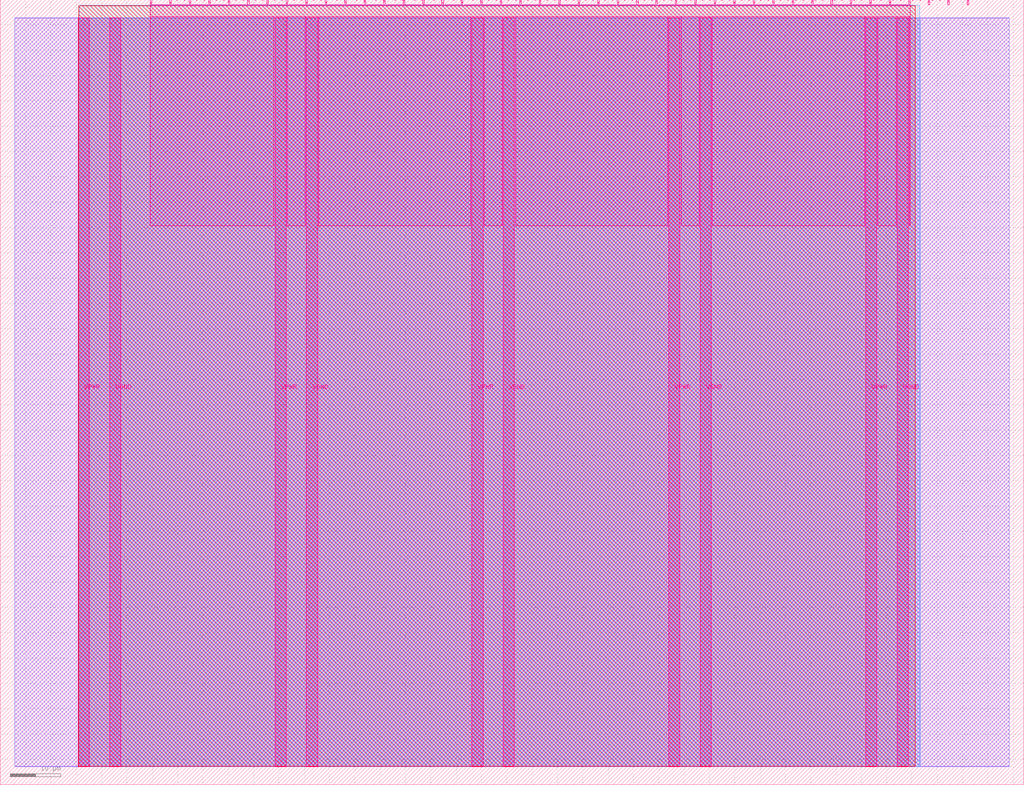
<source format=lef>
VERSION 5.7 ;
  NOWIREEXTENSIONATPIN ON ;
  DIVIDERCHAR "/" ;
  BUSBITCHARS "[]" ;
MACRO tt_um_C6_array_multiplier
  CLASS BLOCK ;
  FOREIGN tt_um_C6_array_multiplier ;
  ORIGIN 0.000 0.000 ;
  SIZE 202.080 BY 154.980 ;
  PIN VGND
    DIRECTION INOUT ;
    USE GROUND ;
    PORT
      LAYER Metal5 ;
        RECT 21.580 3.560 23.780 151.420 ;
    END
    PORT
      LAYER Metal5 ;
        RECT 60.450 3.560 62.650 151.420 ;
    END
    PORT
      LAYER Metal5 ;
        RECT 99.320 3.560 101.520 151.420 ;
    END
    PORT
      LAYER Metal5 ;
        RECT 138.190 3.560 140.390 151.420 ;
    END
    PORT
      LAYER Metal5 ;
        RECT 177.060 3.560 179.260 151.420 ;
    END
  END VGND
  PIN VPWR
    DIRECTION INOUT ;
    USE POWER ;
    PORT
      LAYER Metal5 ;
        RECT 15.380 3.560 17.580 151.420 ;
    END
    PORT
      LAYER Metal5 ;
        RECT 54.250 3.560 56.450 151.420 ;
    END
    PORT
      LAYER Metal5 ;
        RECT 93.120 3.560 95.320 151.420 ;
    END
    PORT
      LAYER Metal5 ;
        RECT 131.990 3.560 134.190 151.420 ;
    END
    PORT
      LAYER Metal5 ;
        RECT 170.860 3.560 173.060 151.420 ;
    END
  END VPWR
  PIN clk
    DIRECTION INPUT ;
    USE SIGNAL ;
    PORT
      LAYER Metal5 ;
        RECT 187.050 153.980 187.350 154.980 ;
    END
  END clk
  PIN ena
    DIRECTION INPUT ;
    USE SIGNAL ;
    PORT
      LAYER Metal5 ;
        RECT 190.890 153.980 191.190 154.980 ;
    END
  END ena
  PIN rst_n
    DIRECTION INPUT ;
    USE SIGNAL ;
    PORT
      LAYER Metal5 ;
        RECT 183.210 153.980 183.510 154.980 ;
    END
  END rst_n
  PIN ui_in[0]
    DIRECTION INPUT ;
    USE SIGNAL ;
    ANTENNAGATEAREA 0.314600 ;
    PORT
      LAYER Metal5 ;
        RECT 179.370 153.980 179.670 154.980 ;
    END
  END ui_in[0]
  PIN ui_in[1]
    DIRECTION INPUT ;
    USE SIGNAL ;
    ANTENNAGATEAREA 0.314600 ;
    PORT
      LAYER Metal5 ;
        RECT 175.530 153.980 175.830 154.980 ;
    END
  END ui_in[1]
  PIN ui_in[2]
    DIRECTION INPUT ;
    USE SIGNAL ;
    ANTENNAGATEAREA 0.213200 ;
    PORT
      LAYER Metal5 ;
        RECT 171.690 153.980 171.990 154.980 ;
    END
  END ui_in[2]
  PIN ui_in[3]
    DIRECTION INPUT ;
    USE SIGNAL ;
    ANTENNAGATEAREA 0.213200 ;
    PORT
      LAYER Metal5 ;
        RECT 167.850 153.980 168.150 154.980 ;
    END
  END ui_in[3]
  PIN ui_in[4]
    DIRECTION INPUT ;
    USE SIGNAL ;
    ANTENNAGATEAREA 0.213200 ;
    PORT
      LAYER Metal5 ;
        RECT 164.010 153.980 164.310 154.980 ;
    END
  END ui_in[4]
  PIN ui_in[5]
    DIRECTION INPUT ;
    USE SIGNAL ;
    ANTENNAGATEAREA 0.180700 ;
    PORT
      LAYER Metal5 ;
        RECT 160.170 153.980 160.470 154.980 ;
    END
  END ui_in[5]
  PIN ui_in[6]
    DIRECTION INPUT ;
    USE SIGNAL ;
    ANTENNAGATEAREA 0.213200 ;
    PORT
      LAYER Metal5 ;
        RECT 156.330 153.980 156.630 154.980 ;
    END
  END ui_in[6]
  PIN ui_in[7]
    DIRECTION INPUT ;
    USE SIGNAL ;
    ANTENNAGATEAREA 0.213200 ;
    PORT
      LAYER Metal5 ;
        RECT 152.490 153.980 152.790 154.980 ;
    END
  END ui_in[7]
  PIN uio_in[0]
    DIRECTION INPUT ;
    USE SIGNAL ;
    PORT
      LAYER Metal5 ;
        RECT 148.650 153.980 148.950 154.980 ;
    END
  END uio_in[0]
  PIN uio_in[1]
    DIRECTION INPUT ;
    USE SIGNAL ;
    PORT
      LAYER Metal5 ;
        RECT 144.810 153.980 145.110 154.980 ;
    END
  END uio_in[1]
  PIN uio_in[2]
    DIRECTION INPUT ;
    USE SIGNAL ;
    PORT
      LAYER Metal5 ;
        RECT 140.970 153.980 141.270 154.980 ;
    END
  END uio_in[2]
  PIN uio_in[3]
    DIRECTION INPUT ;
    USE SIGNAL ;
    PORT
      LAYER Metal5 ;
        RECT 137.130 153.980 137.430 154.980 ;
    END
  END uio_in[3]
  PIN uio_in[4]
    DIRECTION INPUT ;
    USE SIGNAL ;
    PORT
      LAYER Metal5 ;
        RECT 133.290 153.980 133.590 154.980 ;
    END
  END uio_in[4]
  PIN uio_in[5]
    DIRECTION INPUT ;
    USE SIGNAL ;
    PORT
      LAYER Metal5 ;
        RECT 129.450 153.980 129.750 154.980 ;
    END
  END uio_in[5]
  PIN uio_in[6]
    DIRECTION INPUT ;
    USE SIGNAL ;
    PORT
      LAYER Metal5 ;
        RECT 125.610 153.980 125.910 154.980 ;
    END
  END uio_in[6]
  PIN uio_in[7]
    DIRECTION INPUT ;
    USE SIGNAL ;
    PORT
      LAYER Metal5 ;
        RECT 121.770 153.980 122.070 154.980 ;
    END
  END uio_in[7]
  PIN uio_oe[0]
    DIRECTION OUTPUT ;
    USE SIGNAL ;
    ANTENNADIFFAREA 0.299200 ;
    PORT
      LAYER Metal5 ;
        RECT 56.490 153.980 56.790 154.980 ;
    END
  END uio_oe[0]
  PIN uio_oe[1]
    DIRECTION OUTPUT ;
    USE SIGNAL ;
    ANTENNADIFFAREA 0.299200 ;
    PORT
      LAYER Metal5 ;
        RECT 52.650 153.980 52.950 154.980 ;
    END
  END uio_oe[1]
  PIN uio_oe[2]
    DIRECTION OUTPUT ;
    USE SIGNAL ;
    ANTENNADIFFAREA 0.299200 ;
    PORT
      LAYER Metal5 ;
        RECT 48.810 153.980 49.110 154.980 ;
    END
  END uio_oe[2]
  PIN uio_oe[3]
    DIRECTION OUTPUT ;
    USE SIGNAL ;
    ANTENNADIFFAREA 0.299200 ;
    PORT
      LAYER Metal5 ;
        RECT 44.970 153.980 45.270 154.980 ;
    END
  END uio_oe[3]
  PIN uio_oe[4]
    DIRECTION OUTPUT ;
    USE SIGNAL ;
    ANTENNADIFFAREA 0.299200 ;
    PORT
      LAYER Metal5 ;
        RECT 41.130 153.980 41.430 154.980 ;
    END
  END uio_oe[4]
  PIN uio_oe[5]
    DIRECTION OUTPUT ;
    USE SIGNAL ;
    ANTENNADIFFAREA 0.299200 ;
    PORT
      LAYER Metal5 ;
        RECT 37.290 153.980 37.590 154.980 ;
    END
  END uio_oe[5]
  PIN uio_oe[6]
    DIRECTION OUTPUT ;
    USE SIGNAL ;
    ANTENNADIFFAREA 0.299200 ;
    PORT
      LAYER Metal5 ;
        RECT 33.450 153.980 33.750 154.980 ;
    END
  END uio_oe[6]
  PIN uio_oe[7]
    DIRECTION OUTPUT ;
    USE SIGNAL ;
    ANTENNADIFFAREA 0.299200 ;
    PORT
      LAYER Metal5 ;
        RECT 29.610 153.980 29.910 154.980 ;
    END
  END uio_oe[7]
  PIN uio_out[0]
    DIRECTION OUTPUT ;
    USE SIGNAL ;
    ANTENNADIFFAREA 0.299200 ;
    PORT
      LAYER Metal5 ;
        RECT 87.210 153.980 87.510 154.980 ;
    END
  END uio_out[0]
  PIN uio_out[1]
    DIRECTION OUTPUT ;
    USE SIGNAL ;
    ANTENNADIFFAREA 0.299200 ;
    PORT
      LAYER Metal5 ;
        RECT 83.370 153.980 83.670 154.980 ;
    END
  END uio_out[1]
  PIN uio_out[2]
    DIRECTION OUTPUT ;
    USE SIGNAL ;
    ANTENNADIFFAREA 0.299200 ;
    PORT
      LAYER Metal5 ;
        RECT 79.530 153.980 79.830 154.980 ;
    END
  END uio_out[2]
  PIN uio_out[3]
    DIRECTION OUTPUT ;
    USE SIGNAL ;
    ANTENNADIFFAREA 0.299200 ;
    PORT
      LAYER Metal5 ;
        RECT 75.690 153.980 75.990 154.980 ;
    END
  END uio_out[3]
  PIN uio_out[4]
    DIRECTION OUTPUT ;
    USE SIGNAL ;
    ANTENNADIFFAREA 0.299200 ;
    PORT
      LAYER Metal5 ;
        RECT 71.850 153.980 72.150 154.980 ;
    END
  END uio_out[4]
  PIN uio_out[5]
    DIRECTION OUTPUT ;
    USE SIGNAL ;
    ANTENNADIFFAREA 0.299200 ;
    PORT
      LAYER Metal5 ;
        RECT 68.010 153.980 68.310 154.980 ;
    END
  END uio_out[5]
  PIN uio_out[6]
    DIRECTION OUTPUT ;
    USE SIGNAL ;
    ANTENNADIFFAREA 0.299200 ;
    PORT
      LAYER Metal5 ;
        RECT 64.170 153.980 64.470 154.980 ;
    END
  END uio_out[6]
  PIN uio_out[7]
    DIRECTION OUTPUT ;
    USE SIGNAL ;
    ANTENNADIFFAREA 0.299200 ;
    PORT
      LAYER Metal5 ;
        RECT 60.330 153.980 60.630 154.980 ;
    END
  END uio_out[7]
  PIN uo_out[0]
    DIRECTION OUTPUT ;
    USE SIGNAL ;
    ANTENNAGATEAREA 0.483600 ;
    ANTENNADIFFAREA 0.706800 ;
    PORT
      LAYER Metal5 ;
        RECT 117.930 153.980 118.230 154.980 ;
    END
  END uo_out[0]
  PIN uo_out[1]
    DIRECTION OUTPUT ;
    USE SIGNAL ;
    ANTENNADIFFAREA 0.654800 ;
    PORT
      LAYER Metal5 ;
        RECT 114.090 153.980 114.390 154.980 ;
    END
  END uo_out[1]
  PIN uo_out[2]
    DIRECTION OUTPUT ;
    USE SIGNAL ;
    ANTENNADIFFAREA 0.654800 ;
    PORT
      LAYER Metal5 ;
        RECT 110.250 153.980 110.550 154.980 ;
    END
  END uo_out[2]
  PIN uo_out[3]
    DIRECTION OUTPUT ;
    USE SIGNAL ;
    ANTENNADIFFAREA 0.654800 ;
    PORT
      LAYER Metal5 ;
        RECT 106.410 153.980 106.710 154.980 ;
    END
  END uo_out[3]
  PIN uo_out[4]
    DIRECTION OUTPUT ;
    USE SIGNAL ;
    ANTENNADIFFAREA 0.654800 ;
    PORT
      LAYER Metal5 ;
        RECT 102.570 153.980 102.870 154.980 ;
    END
  END uo_out[4]
  PIN uo_out[5]
    DIRECTION OUTPUT ;
    USE SIGNAL ;
    ANTENNADIFFAREA 0.654800 ;
    PORT
      LAYER Metal5 ;
        RECT 98.730 153.980 99.030 154.980 ;
    END
  END uo_out[5]
  PIN uo_out[6]
    DIRECTION OUTPUT ;
    USE SIGNAL ;
    ANTENNADIFFAREA 0.654800 ;
    PORT
      LAYER Metal5 ;
        RECT 94.890 153.980 95.190 154.980 ;
    END
  END uo_out[6]
  PIN uo_out[7]
    DIRECTION OUTPUT ;
    USE SIGNAL ;
    ANTENNADIFFAREA 0.654800 ;
    PORT
      LAYER Metal5 ;
        RECT 91.050 153.980 91.350 154.980 ;
    END
  END uo_out[7]
  OBS
      LAYER GatPoly ;
        RECT 2.880 3.630 199.200 151.350 ;
      LAYER Metal1 ;
        RECT 2.880 3.560 199.200 151.420 ;
      LAYER Metal2 ;
        RECT 15.515 3.680 181.585 151.300 ;
      LAYER Metal3 ;
        RECT 15.560 3.635 181.540 153.865 ;
      LAYER Metal4 ;
        RECT 15.515 3.680 180.625 153.820 ;
      LAYER Metal5 ;
        RECT 30.120 153.770 33.240 153.980 ;
        RECT 33.960 153.770 37.080 153.980 ;
        RECT 37.800 153.770 40.920 153.980 ;
        RECT 41.640 153.770 44.760 153.980 ;
        RECT 45.480 153.770 48.600 153.980 ;
        RECT 49.320 153.770 52.440 153.980 ;
        RECT 53.160 153.770 56.280 153.980 ;
        RECT 57.000 153.770 60.120 153.980 ;
        RECT 60.840 153.770 63.960 153.980 ;
        RECT 64.680 153.770 67.800 153.980 ;
        RECT 68.520 153.770 71.640 153.980 ;
        RECT 72.360 153.770 75.480 153.980 ;
        RECT 76.200 153.770 79.320 153.980 ;
        RECT 80.040 153.770 83.160 153.980 ;
        RECT 83.880 153.770 87.000 153.980 ;
        RECT 87.720 153.770 90.840 153.980 ;
        RECT 91.560 153.770 94.680 153.980 ;
        RECT 95.400 153.770 98.520 153.980 ;
        RECT 99.240 153.770 102.360 153.980 ;
        RECT 103.080 153.770 106.200 153.980 ;
        RECT 106.920 153.770 110.040 153.980 ;
        RECT 110.760 153.770 113.880 153.980 ;
        RECT 114.600 153.770 117.720 153.980 ;
        RECT 118.440 153.770 121.560 153.980 ;
        RECT 122.280 153.770 125.400 153.980 ;
        RECT 126.120 153.770 129.240 153.980 ;
        RECT 129.960 153.770 133.080 153.980 ;
        RECT 133.800 153.770 136.920 153.980 ;
        RECT 137.640 153.770 140.760 153.980 ;
        RECT 141.480 153.770 144.600 153.980 ;
        RECT 145.320 153.770 148.440 153.980 ;
        RECT 149.160 153.770 152.280 153.980 ;
        RECT 153.000 153.770 156.120 153.980 ;
        RECT 156.840 153.770 159.960 153.980 ;
        RECT 160.680 153.770 163.800 153.980 ;
        RECT 164.520 153.770 167.640 153.980 ;
        RECT 168.360 153.770 171.480 153.980 ;
        RECT 172.200 153.770 175.320 153.980 ;
        RECT 176.040 153.770 179.160 153.980 ;
        RECT 29.660 151.630 179.620 153.770 ;
        RECT 29.660 110.315 54.040 151.630 ;
        RECT 56.660 110.315 60.240 151.630 ;
        RECT 62.860 110.315 92.910 151.630 ;
        RECT 95.530 110.315 99.110 151.630 ;
        RECT 101.730 110.315 131.780 151.630 ;
        RECT 134.400 110.315 137.980 151.630 ;
        RECT 140.600 110.315 170.650 151.630 ;
        RECT 173.270 110.315 176.850 151.630 ;
        RECT 179.470 110.315 179.620 151.630 ;
  END
END tt_um_C6_array_multiplier
END LIBRARY


</source>
